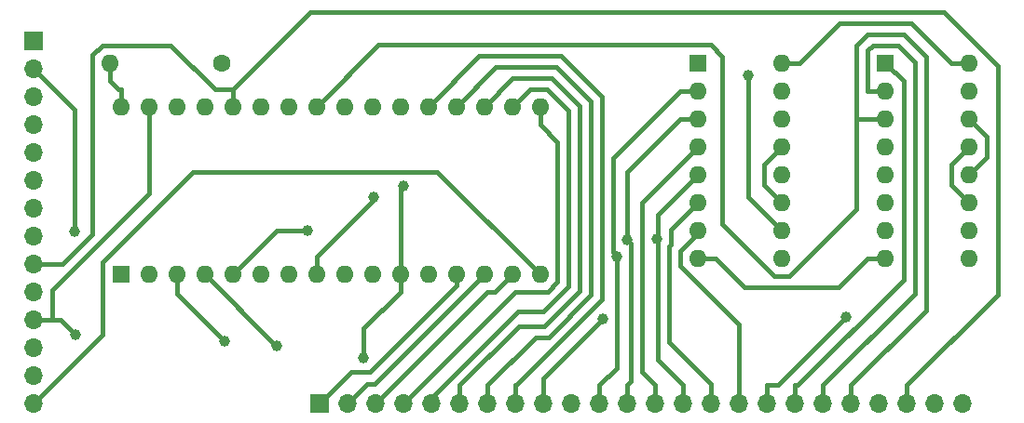
<source format=gbr>
%TF.GenerationSoftware,KiCad,Pcbnew,7.0.2*%
%TF.CreationDate,2023-06-27T23:28:25+01:00*%
%TF.ProjectId,IOCACHE-128K_ZXspectrum_impl_narrow,494f4341-4348-4452-9d31-32384b5f5a58,rev?*%
%TF.SameCoordinates,PX4c4b400PY53ec600*%
%TF.FileFunction,Copper,L2,Bot*%
%TF.FilePolarity,Positive*%
%FSLAX46Y46*%
G04 Gerber Fmt 4.6, Leading zero omitted, Abs format (unit mm)*
G04 Created by KiCad (PCBNEW 7.0.2) date 2023-06-27 23:28:25*
%MOMM*%
%LPD*%
G01*
G04 APERTURE LIST*
%TA.AperFunction,ComponentPad*%
%ADD10R,1.700000X1.700000*%
%TD*%
%TA.AperFunction,ComponentPad*%
%ADD11O,1.700000X1.700000*%
%TD*%
%TA.AperFunction,ComponentPad*%
%ADD12R,1.600000X1.600000*%
%TD*%
%TA.AperFunction,ComponentPad*%
%ADD13O,1.600000X1.600000*%
%TD*%
%TA.AperFunction,ComponentPad*%
%ADD14C,1.600000*%
%TD*%
%TA.AperFunction,ViaPad*%
%ADD15C,1.000000*%
%TD*%
%TA.AperFunction,Conductor*%
%ADD16C,0.400000*%
%TD*%
G04 APERTURE END LIST*
D10*
%TO.P,CACHE2,1,Pin_1*%
%TO.N,/IOCACHE-128K_ZXspectrum/LOCAL_D0*%
X30000000Y-41000000D03*
D11*
%TO.P,CACHE2,2,Pin_2*%
%TO.N,/IOCACHE-128K_ZXspectrum/LOCAL_D1*%
X32540000Y-41000000D03*
%TO.P,CACHE2,3,Pin_3*%
%TO.N,/IOCACHE-128K_ZXspectrum/LOCAL_D2*%
X35080000Y-41000000D03*
%TO.P,CACHE2,4,Pin_4*%
%TO.N,/IOCACHE-128K_ZXspectrum/LOCAL_D3*%
X37620000Y-41000000D03*
%TO.P,CACHE2,5,Pin_5*%
%TO.N,/IOCACHE-128K_ZXspectrum/LOCAL_D4*%
X40160000Y-41000000D03*
%TO.P,CACHE2,6,Pin_6*%
%TO.N,/IOCACHE-128K_ZXspectrum/LOCAL_D5*%
X42700000Y-41000000D03*
%TO.P,CACHE2,7,Pin_7*%
%TO.N,/IOCACHE-128K_ZXspectrum/LOCAL_D6*%
X45240000Y-41000000D03*
%TO.P,CACHE2,8,Pin_8*%
%TO.N,/IOCACHE-128K_ZXspectrum/LOCAL_D7*%
X47780000Y-41000000D03*
%TO.P,CACHE2,9,Pin_9*%
%TO.N,/IOCACHE-128K_ZXspectrum/LOCAL_A0*%
X50320000Y-41000000D03*
%TO.P,CACHE2,10,Pin_10*%
%TO.N,/IOCACHE-128K_ZXspectrum/LOCAL_A1*%
X52860000Y-41000000D03*
%TO.P,CACHE2,11,Pin_11*%
%TO.N,/IOCACHE-128K_ZXspectrum/LOCAL_A2*%
X55400000Y-41000000D03*
%TO.P,CACHE2,12,Pin_12*%
%TO.N,/IOCACHE-128K_ZXspectrum/LOCAL_A3*%
X57940000Y-41000000D03*
%TO.P,CACHE2,13,Pin_13*%
%TO.N,/IOCACHE-128K_ZXspectrum/LOCAL_A4*%
X60480000Y-41000000D03*
%TO.P,CACHE2,14,Pin_14*%
%TO.N,/IOCACHE-128K_ZXspectrum/LOCAL_A5*%
X63020000Y-41000000D03*
%TO.P,CACHE2,15,Pin_15*%
%TO.N,/IOCACHE-128K_ZXspectrum/LOCAL_A6*%
X65560000Y-41000000D03*
%TO.P,CACHE2,16,Pin_16*%
%TO.N,/IOCACHE-128K_ZXspectrum/LOCAL_A7*%
X68100000Y-41000000D03*
%TO.P,CACHE2,17,Pin_17*%
%TO.N,/IOCACHE-128K_ZXspectrum/LOCAL_A8*%
X70640000Y-41000000D03*
%TO.P,CACHE2,18,Pin_18*%
%TO.N,/IOCACHE-128K_ZXspectrum/LOCAL_A9*%
X73180000Y-41000000D03*
%TO.P,CACHE2,19,Pin_19*%
%TO.N,/IOCACHE-128K_ZXspectrum/LOCAL_A10*%
X75720000Y-41000000D03*
%TO.P,CACHE2,20,Pin_20*%
%TO.N,/IOCACHE-128K_ZXspectrum/LOCAL_A11*%
X78260000Y-41000000D03*
%TO.P,CACHE2,21,Pin_21*%
%TO.N,/IOCACHE-128K_ZXspectrum/LOCAL_A12*%
X80800000Y-41000000D03*
%TO.P,CACHE2,22,Pin_22*%
%TO.N,/IOCACHE-128K_ZXspectrum/LOCAL_A13*%
X83340000Y-41000000D03*
%TO.P,CACHE2,23,Pin_23*%
%TO.N,/IOCACHE-128K_ZXspectrum/LOCAL_A14*%
X85880000Y-41000000D03*
%TO.P,CACHE2,24,Pin_24*%
%TO.N,/IOCACHE-128K_ZXspectrum/LOCAL_A15*%
X88420000Y-41000000D03*
%TD*%
D12*
%TO.P,IC1,1,Q1*%
%TO.N,/IOCACHE-128K_ZXspectrum/LOCAL_A1*%
X64380000Y-10000000D03*
D13*
%TO.P,IC1,2,Q2*%
%TO.N,/IOCACHE-128K_ZXspectrum/LOCAL_A2*%
X64380000Y-12540000D03*
%TO.P,IC1,3,Q3*%
%TO.N,/IOCACHE-128K_ZXspectrum/LOCAL_A3*%
X64380000Y-15080000D03*
%TO.P,IC1,4,Q4*%
%TO.N,/IOCACHE-128K_ZXspectrum/LOCAL_A4*%
X64380000Y-17620000D03*
%TO.P,IC1,5,Q5*%
%TO.N,/IOCACHE-128K_ZXspectrum/LOCAL_A5*%
X64380000Y-20160000D03*
%TO.P,IC1,6,Q6*%
%TO.N,/IOCACHE-128K_ZXspectrum/LOCAL_A6*%
X64380000Y-22700000D03*
%TO.P,IC1,7,Q7*%
%TO.N,/IOCACHE-128K_ZXspectrum/LOCAL_A7*%
X64380000Y-25240000D03*
%TO.P,IC1,8,GND*%
%TO.N,GND*%
X64380000Y-27780000D03*
%TO.P,IC1,9,~{RCO}*%
%TO.N,Net-(IC1-~{RCO})*%
X72000000Y-27780000D03*
%TO.P,IC1,10,~{MRC}*%
%TO.N,/IOCACHE-128K_ZXspectrum/Z80_HARDLOCK*%
X72000000Y-25240000D03*
%TO.P,IC1,11,CPC*%
%TO.N,/IOCACHE-128K_ZXspectrum/CACHE_CONTROL.DATASTATUS+PERM_Z80_IORQ*%
X72000000Y-22700000D03*
%TO.P,IC1,12,~{CE}*%
%TO.N,/IOCACHE-128K_ZXspectrum/CACHE_DATASTATUS*%
X72000000Y-20160000D03*
%TO.P,IC1,13,CPR*%
%TO.N,/IOCACHE-128K_ZXspectrum/CACHE_CONTROL.DATASTATUS+PERM_Z80_IORQ*%
X72000000Y-17620000D03*
%TO.P,IC1,14,~{OE}*%
%TO.N,/IOCACHE-128K_ZXspectrum/CACHE_DATASTATUS*%
X72000000Y-15080000D03*
%TO.P,IC1,15,Q0*%
%TO.N,/IOCACHE-128K_ZXspectrum/LOCAL_A0*%
X72000000Y-12540000D03*
%TO.P,IC1,16,VCC*%
%TO.N,+5V*%
X72000000Y-10000000D03*
%TD*%
D12*
%TO.P,IC2,1,Q1*%
%TO.N,/IOCACHE-128K_ZXspectrum/LOCAL_A9*%
X81380000Y-10000000D03*
D13*
%TO.P,IC2,2,Q2*%
%TO.N,/IOCACHE-128K_ZXspectrum/LOCAL_A10*%
X81380000Y-12540000D03*
%TO.P,IC2,3,Q3*%
%TO.N,/IOCACHE-128K_ZXspectrum/LOCAL_A11*%
X81380000Y-15080000D03*
%TO.P,IC2,4,Q4*%
%TO.N,unconnected-(IC2-Q4-Pad4)*%
X81380000Y-17620000D03*
%TO.P,IC2,5,Q5*%
%TO.N,unconnected-(IC2-Q5-Pad5)*%
X81380000Y-20160000D03*
%TO.P,IC2,6,Q6*%
%TO.N,unconnected-(IC2-Q6-Pad6)*%
X81380000Y-22700000D03*
%TO.P,IC2,7,Q7*%
%TO.N,unconnected-(IC2-Q7-Pad7)*%
X81380000Y-25240000D03*
%TO.P,IC2,8,GND*%
%TO.N,GND*%
X81380000Y-27780000D03*
%TO.P,IC2,9,~{RCO}*%
%TO.N,unconnected-(IC2-~{RCO}-Pad9)*%
X89000000Y-27780000D03*
%TO.P,IC2,10,~{MRC}*%
%TO.N,/IOCACHE-128K_ZXspectrum/Z80_HARDLOCK*%
X89000000Y-25240000D03*
%TO.P,IC2,11,CPC*%
%TO.N,Net-(IC1-~{RCO})*%
X89000000Y-22700000D03*
%TO.P,IC2,12,~{CE}*%
%TO.N,/IOCACHE-128K_ZXspectrum/CACHE_DATASTATUS*%
X89000000Y-20160000D03*
%TO.P,IC2,13,CPR*%
%TO.N,Net-(IC1-~{RCO})*%
X89000000Y-17620000D03*
%TO.P,IC2,14,~{OE}*%
%TO.N,/IOCACHE-128K_ZXspectrum/CACHE_DATASTATUS*%
X89000000Y-15080000D03*
%TO.P,IC2,15,Q0*%
%TO.N,/IOCACHE-128K_ZXspectrum/LOCAL_A8*%
X89000000Y-12540000D03*
%TO.P,IC2,16,VCC*%
%TO.N,+5V*%
X89000000Y-10000000D03*
%TD*%
D10*
%TO.P,CACHE3,1,Pin_1*%
%TO.N,+5V*%
X4000000Y-8000000D03*
D11*
%TO.P,CACHE3,2,Pin_2*%
%TO.N,/IOCACHE-128K_ZXspectrum/CACHE_CONTROL.A16*%
X4000000Y-10540000D03*
%TO.P,CACHE3,3,Pin_3*%
%TO.N,/IOCACHE-128K_ZXspectrum/CACHE_CONTROL.WE*%
X4000000Y-13080000D03*
%TO.P,CACHE3,4,Pin_4*%
%TO.N,/IOCACHE-128K_ZXspectrum/CACHE_CONTROL.OE*%
X4000000Y-15620000D03*
%TO.P,CACHE3,5,Pin_5*%
%TO.N,/IOCACHE-128K_ZXspectrum/CACHE_CONTROL.CS*%
X4000000Y-18160000D03*
%TO.P,CACHE3,6,Pin_6*%
%TO.N,/IOCACHE-128K_ZXspectrum/CACHE_CONTROL.DATASTATUS+PERM_Z80_IORQ*%
X4000000Y-20700000D03*
%TO.P,CACHE3,7,Pin_7*%
%TO.N,/IOCACHE-128K_ZXspectrum/Z80_HARDLOCK*%
X4000000Y-23240000D03*
%TO.P,CACHE3,8,Pin_8*%
%TO.N,/IOCACHE-128K_ZXspectrum/LOCAL_A12*%
X4000000Y-25780000D03*
%TO.P,CACHE3,9,Pin_9*%
%TO.N,/IOCACHE-128K_ZXspectrum/LOCAL_A13*%
X4000000Y-28320000D03*
%TO.P,CACHE3,10,Pin_10*%
%TO.N,/IOCACHE-128K_ZXspectrum/LOCAL_A14*%
X4000000Y-30860000D03*
%TO.P,CACHE3,11,Pin_11*%
%TO.N,/IOCACHE-128K_ZXspectrum/LOCAL_A15*%
X4000000Y-33400000D03*
%TO.P,CACHE3,12,Pin_12*%
%TO.N,/IOCACHE-128K_ZXspectrum/CACHE_DATASTATUS*%
X4000000Y-35940000D03*
%TO.P,CACHE3,13,Pin_13*%
%TO.N,unconnected-(CACHE3-Pin_13-Pad13)*%
X4000000Y-38480000D03*
%TO.P,CACHE3,14,Pin_14*%
%TO.N,GND*%
X4000000Y-41020000D03*
%TD*%
D12*
%TO.P,CACHE1,1,NC*%
%TO.N,unconnected-(CACHE1-NC-Pad1)*%
X11900000Y-29240000D03*
D13*
%TO.P,CACHE1,2,A16*%
%TO.N,/IOCACHE-128K_ZXspectrum/CACHE_CONTROL.A16*%
X14440000Y-29240000D03*
%TO.P,CACHE1,3,A14*%
%TO.N,/IOCACHE-128K_ZXspectrum/LOCAL_A14*%
X16980000Y-29240000D03*
%TO.P,CACHE1,4,A12*%
%TO.N,/IOCACHE-128K_ZXspectrum/LOCAL_A12*%
X19520000Y-29240000D03*
%TO.P,CACHE1,5,A7*%
%TO.N,/IOCACHE-128K_ZXspectrum/LOCAL_A7*%
X22060000Y-29240000D03*
%TO.P,CACHE1,6,A6*%
%TO.N,/IOCACHE-128K_ZXspectrum/LOCAL_A6*%
X24600000Y-29240000D03*
%TO.P,CACHE1,7,A5*%
%TO.N,/IOCACHE-128K_ZXspectrum/LOCAL_A5*%
X27140000Y-29240000D03*
%TO.P,CACHE1,8,A4*%
%TO.N,/IOCACHE-128K_ZXspectrum/LOCAL_A4*%
X29680000Y-29240000D03*
%TO.P,CACHE1,9,A3*%
%TO.N,/IOCACHE-128K_ZXspectrum/LOCAL_A3*%
X32220000Y-29240000D03*
%TO.P,CACHE1,10,A2*%
%TO.N,/IOCACHE-128K_ZXspectrum/LOCAL_A2*%
X34760000Y-29240000D03*
%TO.P,CACHE1,11,A1*%
%TO.N,/IOCACHE-128K_ZXspectrum/LOCAL_A1*%
X37300000Y-29240000D03*
%TO.P,CACHE1,12,A0*%
%TO.N,/IOCACHE-128K_ZXspectrum/LOCAL_A0*%
X39840000Y-29240000D03*
%TO.P,CACHE1,13,DQ0*%
%TO.N,/IOCACHE-128K_ZXspectrum/LOCAL_D0*%
X42380000Y-29240000D03*
%TO.P,CACHE1,14,DQ1*%
%TO.N,/IOCACHE-128K_ZXspectrum/LOCAL_D1*%
X44920000Y-29240000D03*
%TO.P,CACHE1,15,DQ2*%
%TO.N,/IOCACHE-128K_ZXspectrum/LOCAL_D2*%
X47460000Y-29240000D03*
%TO.P,CACHE1,16,VSS*%
%TO.N,GND*%
X50000000Y-29240000D03*
%TO.P,CACHE1,17,DQ3*%
%TO.N,/IOCACHE-128K_ZXspectrum/LOCAL_D3*%
X50000000Y-14000000D03*
%TO.P,CACHE1,18,DQ4*%
%TO.N,/IOCACHE-128K_ZXspectrum/LOCAL_D4*%
X47460000Y-14000000D03*
%TO.P,CACHE1,19,DQ5*%
%TO.N,/IOCACHE-128K_ZXspectrum/LOCAL_D5*%
X44920000Y-14000000D03*
%TO.P,CACHE1,20,DQ6*%
%TO.N,/IOCACHE-128K_ZXspectrum/LOCAL_D6*%
X42380000Y-14000000D03*
%TO.P,CACHE1,21,DQ7*%
%TO.N,/IOCACHE-128K_ZXspectrum/LOCAL_D7*%
X39840000Y-14000000D03*
%TO.P,CACHE1,22,CE#*%
%TO.N,/IOCACHE-128K_ZXspectrum/CACHE_CONTROL.CS*%
X37300000Y-14000000D03*
%TO.P,CACHE1,23,A10*%
%TO.N,/IOCACHE-128K_ZXspectrum/LOCAL_A10*%
X34760000Y-14000000D03*
%TO.P,CACHE1,24,OE#*%
%TO.N,/IOCACHE-128K_ZXspectrum/CACHE_CONTROL.OE*%
X32220000Y-14000000D03*
%TO.P,CACHE1,25,A11*%
%TO.N,/IOCACHE-128K_ZXspectrum/LOCAL_A11*%
X29680000Y-14000000D03*
%TO.P,CACHE1,26,A9*%
%TO.N,/IOCACHE-128K_ZXspectrum/LOCAL_A9*%
X27140000Y-14000000D03*
%TO.P,CACHE1,27,A8*%
%TO.N,/IOCACHE-128K_ZXspectrum/LOCAL_A8*%
X24600000Y-14000000D03*
%TO.P,CACHE1,28,A13*%
%TO.N,/IOCACHE-128K_ZXspectrum/LOCAL_A13*%
X22060000Y-14000000D03*
%TO.P,CACHE1,29,WE#*%
%TO.N,/IOCACHE-128K_ZXspectrum/CACHE_CONTROL.WE*%
X19520000Y-14000000D03*
%TO.P,CACHE1,30,CE2#*%
%TO.N,/IOCACHE-128K_ZXspectrum/CACHE_CE2*%
X16980000Y-14000000D03*
%TO.P,CACHE1,31,A15*%
%TO.N,/IOCACHE-128K_ZXspectrum/LOCAL_A15*%
X14440000Y-14000000D03*
%TO.P,CACHE1,32,VCC*%
%TO.N,+5V*%
X11900000Y-14000000D03*
%TD*%
D14*
%TO.P,R1,1*%
%TO.N,/IOCACHE-128K_ZXspectrum/CACHE_CE2*%
X21080000Y-10000000D03*
D13*
%TO.P,R1,2*%
%TO.N,+5V*%
X10920000Y-10000000D03*
%TD*%
D15*
%TO.N,/IOCACHE-128K_ZXspectrum/CACHE_CONTROL.A16*%
X7685200Y-25369600D03*
%TO.N,/IOCACHE-128K_ZXspectrum/LOCAL_A7*%
X28867700Y-25255100D03*
%TO.N,/IOCACHE-128K_ZXspectrum/LOCAL_A5*%
X60593100Y-25999500D03*
%TO.N,/IOCACHE-128K_ZXspectrum/LOCAL_A4*%
X34854800Y-22214200D03*
%TO.N,/IOCACHE-128K_ZXspectrum/LOCAL_A3*%
X57925700Y-26125300D03*
%TO.N,/IOCACHE-128K_ZXspectrum/LOCAL_A2*%
X56967700Y-27592100D03*
%TO.N,/IOCACHE-128K_ZXspectrum/LOCAL_A1*%
X37578000Y-21230900D03*
X33991500Y-36831400D03*
%TO.N,/IOCACHE-128K_ZXspectrum/LOCAL_A0*%
X55690100Y-33321600D03*
%TO.N,/IOCACHE-128K_ZXspectrum/LOCAL_A8*%
X77840900Y-33103500D03*
%TO.N,/IOCACHE-128K_ZXspectrum/Z80_HARDLOCK*%
X68937500Y-11149600D03*
%TO.N,/IOCACHE-128K_ZXspectrum/LOCAL_A12*%
X26080000Y-35734700D03*
%TO.N,/IOCACHE-128K_ZXspectrum/LOCAL_A14*%
X21320000Y-35347100D03*
%TO.N,/IOCACHE-128K_ZXspectrum/LOCAL_A15*%
X7755900Y-34744800D03*
%TD*%
D16*
%TO.N,/IOCACHE-128K_ZXspectrum/CACHE_CONTROL.A16*%
X7685200Y-25369600D02*
X7685200Y-14225200D01*
X7685200Y-14225200D02*
X4000000Y-10540000D01*
%TO.N,/IOCACHE-128K_ZXspectrum/LOCAL_A7*%
X22060000Y-29240000D02*
X26044900Y-25255100D01*
X26044900Y-25255100D02*
X28867700Y-25255100D01*
X68100000Y-41000000D02*
X68100000Y-33782000D01*
X64380000Y-25484100D02*
X64380000Y-25240000D01*
X62760000Y-28442000D02*
X62760000Y-27104100D01*
X62760000Y-27104100D02*
X64380000Y-25484100D01*
X68100000Y-33782000D02*
X62760000Y-28442000D01*
%TO.N,/IOCACHE-128K_ZXspectrum/LOCAL_A6*%
X65560000Y-41000000D02*
X65560000Y-39215100D01*
X61739900Y-26709900D02*
X61893200Y-26556600D01*
X61893200Y-26556600D02*
X61893200Y-25186800D01*
X61893200Y-25186800D02*
X64380000Y-22700000D01*
X61739900Y-35395000D02*
X61739900Y-26709900D01*
X65560000Y-39215100D02*
X61739900Y-35395000D01*
%TO.N,/IOCACHE-128K_ZXspectrum/LOCAL_A5*%
X63020000Y-41000000D02*
X63020000Y-39349900D01*
X60682300Y-25999500D02*
X60682300Y-23857700D01*
X60682300Y-37012200D02*
X60682300Y-25999500D01*
X63020000Y-39349900D02*
X60682300Y-37012200D01*
X60682300Y-23857700D02*
X64380000Y-20160000D01*
X60682300Y-25999500D02*
X60593100Y-25999500D01*
%TO.N,/IOCACHE-128K_ZXspectrum/LOCAL_A4*%
X34854800Y-22465100D02*
X34854800Y-22214200D01*
X59271700Y-22728300D02*
X59271700Y-38141600D01*
X29680000Y-27639900D02*
X34854800Y-22465100D01*
X64380000Y-17620000D02*
X59271700Y-22728300D01*
X29680000Y-29240000D02*
X29680000Y-27639900D01*
X59271700Y-38141600D02*
X60480000Y-39349900D01*
X60480000Y-41000000D02*
X60480000Y-39349900D01*
%TO.N,/IOCACHE-128K_ZXspectrum/LOCAL_A3*%
X64380000Y-15080000D02*
X62779900Y-15080000D01*
X58269700Y-26469300D02*
X58269700Y-39020200D01*
X58269700Y-39020200D02*
X57940000Y-39349900D01*
X57925700Y-19934200D02*
X57925700Y-26125300D01*
X62779900Y-15080000D02*
X57925700Y-19934200D01*
X57925700Y-26125300D02*
X58269700Y-26469300D01*
X57940000Y-41000000D02*
X57940000Y-39349900D01*
%TO.N,/IOCACHE-128K_ZXspectrum/LOCAL_A2*%
X56625500Y-27249900D02*
X56967700Y-27592100D01*
X56990200Y-37759700D02*
X56990200Y-27614600D01*
X55400000Y-41000000D02*
X55400000Y-39349900D01*
X62779900Y-12540000D02*
X56625500Y-18694400D01*
X56990200Y-27614600D02*
X56967700Y-27592100D01*
X64380000Y-12540000D02*
X62779900Y-12540000D01*
X55400000Y-39349900D02*
X56990200Y-37759700D01*
X56625500Y-18694400D02*
X56625500Y-27249900D01*
%TO.N,/IOCACHE-128K_ZXspectrum/LOCAL_A1*%
X37300000Y-29240000D02*
X37300000Y-30840100D01*
X37300000Y-21508900D02*
X37578000Y-21230900D01*
X33991500Y-34148600D02*
X33991500Y-36831400D01*
X37300000Y-29240000D02*
X37300000Y-21508900D01*
X37300000Y-30840100D02*
X33991500Y-34148600D01*
%TO.N,/IOCACHE-128K_ZXspectrum/LOCAL_A0*%
X50320000Y-39349900D02*
X50320000Y-38691700D01*
X50320000Y-38691700D02*
X55690100Y-33321600D01*
X50320000Y-41000000D02*
X50320000Y-39349900D01*
%TO.N,/IOCACHE-128K_ZXspectrum/LOCAL_D0*%
X42380000Y-30281600D02*
X42380000Y-29240000D01*
X30000000Y-41000000D02*
X32868500Y-38131500D01*
X34530100Y-38131500D02*
X42380000Y-30281600D01*
X32868500Y-38131500D02*
X34530100Y-38131500D01*
%TO.N,/IOCACHE-128K_ZXspectrum/LOCAL_D1*%
X32540000Y-41000000D02*
X34329700Y-39210300D01*
X34329700Y-39210300D02*
X34949700Y-39210300D01*
X34949700Y-39210300D02*
X44920000Y-29240000D01*
%TO.N,/IOCACHE-128K_ZXspectrum/LOCAL_D2*%
X45239800Y-30840200D02*
X35080000Y-41000000D01*
X47460000Y-29240000D02*
X45859800Y-30840200D01*
X45859800Y-30840200D02*
X45239800Y-30840200D01*
%TO.N,GND*%
X50000000Y-29240000D02*
X40674200Y-19914200D01*
X10280000Y-28125100D02*
X10280000Y-34740000D01*
X68620400Y-30420300D02*
X77139600Y-30420300D01*
X77139600Y-30420300D02*
X79779900Y-27780000D01*
X65980100Y-27780000D02*
X68620400Y-30420300D01*
X40674200Y-19914200D02*
X18490900Y-19914200D01*
X81380000Y-27780000D02*
X79779900Y-27780000D01*
X10280000Y-34740000D02*
X4000000Y-41020000D01*
X18490900Y-19914200D02*
X10280000Y-28125100D01*
X64380000Y-27780000D02*
X65980100Y-27780000D01*
%TO.N,/IOCACHE-128K_ZXspectrum/LOCAL_D3*%
X50000000Y-14000000D02*
X50000000Y-15600100D01*
X50675700Y-30840200D02*
X47779800Y-30840200D01*
X50000000Y-15600100D02*
X51603600Y-17203700D01*
X51603600Y-17203700D02*
X51603600Y-29912300D01*
X51603600Y-29912300D02*
X50675700Y-30840200D01*
X47779800Y-30840200D02*
X37620000Y-41000000D01*
%TO.N,/IOCACHE-128K_ZXspectrum/LOCAL_D4*%
X50656500Y-12386700D02*
X52616500Y-14346700D01*
X47993900Y-32634800D02*
X40160000Y-40468700D01*
X52616500Y-14346700D02*
X52616500Y-30313700D01*
X40160000Y-40468700D02*
X40160000Y-41000000D01*
X52616500Y-30313700D02*
X50295400Y-32634800D01*
X47460000Y-14000000D02*
X49073300Y-12386700D01*
X50295400Y-32634800D02*
X47993900Y-32634800D01*
X49073300Y-12386700D02*
X50656500Y-12386700D01*
%TO.N,/IOCACHE-128K_ZXspectrum/LOCAL_D5*%
X47533400Y-11386600D02*
X51070700Y-11386600D01*
X53616600Y-13932500D02*
X53616600Y-30727900D01*
X44920000Y-14000000D02*
X47533400Y-11386600D01*
X48061300Y-33988600D02*
X42700000Y-39349900D01*
X50355900Y-33988600D02*
X48061300Y-33988600D01*
X42700000Y-41000000D02*
X42700000Y-39349900D01*
X53616600Y-30727900D02*
X50355900Y-33988600D01*
X51070700Y-11386600D02*
X53616600Y-13932500D01*
%TO.N,/IOCACHE-128K_ZXspectrum/LOCAL_D6*%
X45240000Y-41000000D02*
X45240000Y-39349900D01*
X50770100Y-34988700D02*
X49601200Y-34988700D01*
X49601200Y-34988700D02*
X45240000Y-39349900D01*
X42380000Y-14000000D02*
X45993500Y-10386500D01*
X51484900Y-10386500D02*
X54616700Y-13518300D01*
X54616700Y-13518300D02*
X54616700Y-31142100D01*
X45993500Y-10386500D02*
X51484900Y-10386500D01*
X54616700Y-31142100D02*
X50770100Y-34988700D01*
%TO.N,/IOCACHE-128K_ZXspectrum/LOCAL_D7*%
X47823300Y-39349900D02*
X47780000Y-39349900D01*
X47823300Y-39349800D02*
X47823300Y-39349900D01*
X39840000Y-14000000D02*
X44453600Y-9386400D01*
X55616800Y-31556300D02*
X47823300Y-39349800D01*
X47780000Y-41000000D02*
X47780000Y-39349900D01*
X55616800Y-13104100D02*
X55616800Y-31556300D01*
X51899100Y-9386400D02*
X55616800Y-13104100D01*
X44453600Y-9386400D02*
X51899100Y-9386400D01*
%TO.N,/IOCACHE-128K_ZXspectrum/LOCAL_A10*%
X79779900Y-8866600D02*
X80246600Y-8399900D01*
X75720000Y-41000000D02*
X75720000Y-39349900D01*
X84081400Y-30988500D02*
X75720000Y-39349900D01*
X80246600Y-8399900D02*
X82546700Y-8399900D01*
X82546700Y-8399900D02*
X84081400Y-9934600D01*
X81380000Y-12540000D02*
X79779900Y-12540000D01*
X84081400Y-9934600D02*
X84081400Y-30988500D01*
X79779900Y-12540000D02*
X79779900Y-8866600D01*
%TO.N,/IOCACHE-128K_ZXspectrum/LOCAL_A11*%
X79779900Y-15080000D02*
X78771300Y-15080000D01*
X66575700Y-9447500D02*
X65497400Y-8369200D01*
X85090600Y-9444600D02*
X85090600Y-32519300D01*
X81380000Y-15080000D02*
X79779900Y-15080000D01*
X78260000Y-41000000D02*
X78260000Y-39349900D01*
X71323300Y-29415800D02*
X66575700Y-24668200D01*
X35310800Y-8369200D02*
X29680000Y-14000000D01*
X78771300Y-15080000D02*
X78771300Y-23290200D01*
X79764700Y-7399800D02*
X83045800Y-7399800D01*
X78771300Y-8393200D02*
X79764700Y-7399800D01*
X83045800Y-7399800D02*
X85090600Y-9444600D01*
X78771300Y-15080000D02*
X78771300Y-8393200D01*
X66575700Y-24668200D02*
X66575700Y-9447500D01*
X85090600Y-32519300D02*
X78260000Y-39349900D01*
X65497400Y-8369200D02*
X35310800Y-8369200D01*
X78771300Y-23290200D02*
X72645700Y-29415800D01*
X72645700Y-29415800D02*
X71323300Y-29415800D01*
%TO.N,/IOCACHE-128K_ZXspectrum/LOCAL_A9*%
X73433200Y-39349900D02*
X83029200Y-29753900D01*
X83029200Y-11649200D02*
X81380000Y-10000000D01*
X73180000Y-41000000D02*
X73180000Y-39349900D01*
X73180000Y-39349900D02*
X73433200Y-39349900D01*
X83029200Y-29753900D02*
X83029200Y-11649200D01*
%TO.N,/IOCACHE-128K_ZXspectrum/LOCAL_A8*%
X77840900Y-33103500D02*
X71594500Y-39349900D01*
X71594500Y-39349900D02*
X70640000Y-39349900D01*
X70640000Y-41000000D02*
X70640000Y-39349900D01*
%TO.N,+5V*%
X87399900Y-10000000D02*
X83755600Y-6355700D01*
X83755600Y-6355700D02*
X77244400Y-6355700D01*
X10920000Y-10000000D02*
X10920000Y-11600100D01*
X11900000Y-14000000D02*
X11900000Y-12399900D01*
X89000000Y-10000000D02*
X87399900Y-10000000D01*
X72000000Y-10000000D02*
X73600100Y-10000000D01*
X10920000Y-11600100D02*
X11719800Y-12399900D01*
X11719800Y-12399900D02*
X11900000Y-12399900D01*
X77244400Y-6355700D02*
X73600100Y-10000000D01*
%TO.N,Net-(IC1-~{RCO})*%
X87389200Y-19230800D02*
X87389200Y-21089200D01*
X87389200Y-21089200D02*
X89000000Y-22700000D01*
X89000000Y-17620000D02*
X87389200Y-19230800D01*
%TO.N,/IOCACHE-128K_ZXspectrum/Z80_HARDLOCK*%
X68937500Y-22177500D02*
X68937500Y-11149600D01*
X72000000Y-25240000D02*
X68937500Y-22177500D01*
%TO.N,/IOCACHE-128K_ZXspectrum/CACHE_CONTROL.DATASTATUS+PERM_Z80_IORQ*%
X70398800Y-21098800D02*
X72000000Y-22700000D01*
X72000000Y-17620000D02*
X70398800Y-19221200D01*
X70398800Y-19221200D02*
X70398800Y-21098800D01*
%TO.N,/IOCACHE-128K_ZXspectrum/CACHE_DATASTATUS*%
X90610300Y-16690300D02*
X90610300Y-18549700D01*
X90610300Y-18549700D02*
X89000000Y-20160000D01*
X89000000Y-15080000D02*
X90610300Y-16690300D01*
%TO.N,/IOCACHE-128K_ZXspectrum/LOCAL_A12*%
X26014700Y-35734700D02*
X26080000Y-35734700D01*
X19520000Y-29240000D02*
X26014700Y-35734700D01*
%TO.N,/IOCACHE-128K_ZXspectrum/LOCAL_A13*%
X86666000Y-5353100D02*
X91620500Y-10307600D01*
X91620500Y-10307600D02*
X91620500Y-31069400D01*
X16459400Y-8399400D02*
X20459900Y-12399900D01*
X6573500Y-28320000D02*
X9319200Y-25574300D01*
X22060000Y-14000000D02*
X22060000Y-12399900D01*
X29106800Y-5353100D02*
X86666000Y-5353100D01*
X9319200Y-9294100D02*
X10213900Y-8399400D01*
X10213900Y-8399400D02*
X16459400Y-8399400D01*
X9319200Y-25574300D02*
X9319200Y-9294100D01*
X83340000Y-41000000D02*
X83340000Y-39349900D01*
X4000000Y-28320000D02*
X6573500Y-28320000D01*
X20459900Y-12399900D02*
X22060000Y-12399900D01*
X22060000Y-12399900D02*
X29106800Y-5353100D01*
X91620500Y-31069400D02*
X83340000Y-39349900D01*
%TO.N,/IOCACHE-128K_ZXspectrum/LOCAL_A14*%
X16980000Y-31007100D02*
X21320000Y-35347100D01*
X16980000Y-29240000D02*
X16980000Y-31007100D01*
%TO.N,/IOCACHE-128K_ZXspectrum/LOCAL_A15*%
X6411100Y-33400000D02*
X7755900Y-34744800D01*
X14440000Y-21867800D02*
X5650100Y-30657700D01*
X5650100Y-30657700D02*
X5650100Y-33400000D01*
X5650100Y-33400000D02*
X6411100Y-33400000D01*
X4000000Y-33400000D02*
X5650100Y-33400000D01*
X14440000Y-14000000D02*
X14440000Y-21867800D01*
%TD*%
M02*

</source>
